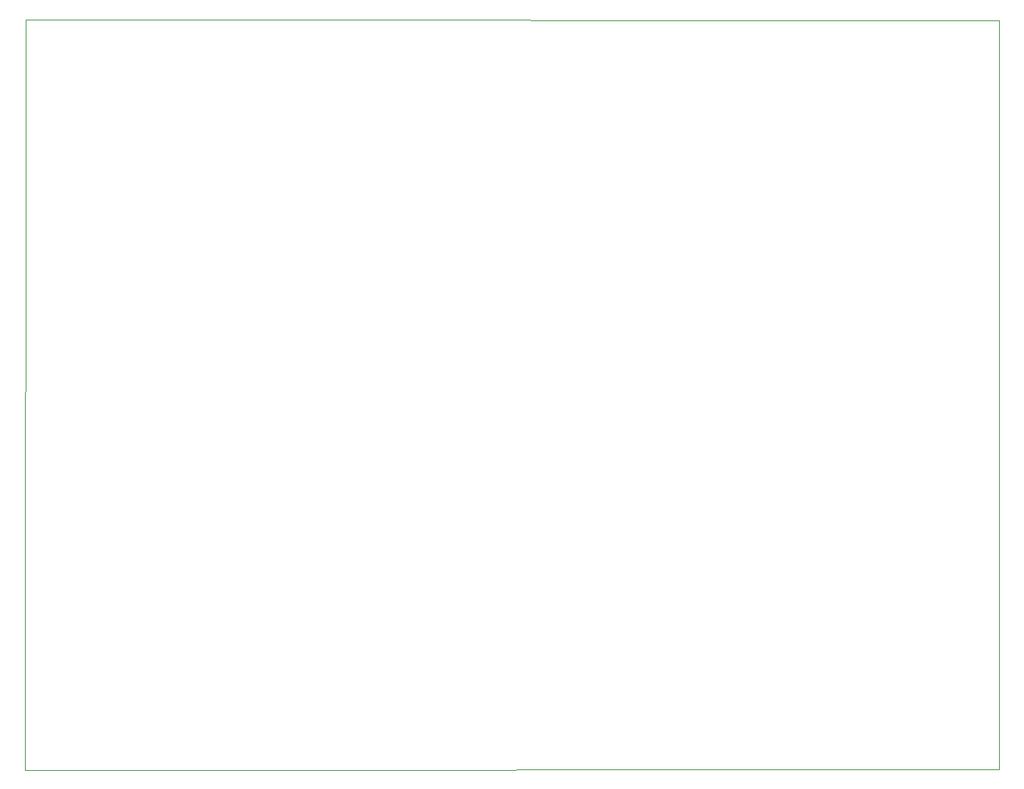
<source format=gbr>
G04 #@! TF.GenerationSoftware,KiCad,Pcbnew,(5.1.2)-2*
G04 #@! TF.CreationDate,2019-07-05T17:58:29+05:30*
G04 #@! TF.ProjectId,AnimalBehaviour,416e696d-616c-4426-9568-6176696f7572,rev?*
G04 #@! TF.SameCoordinates,Original*
G04 #@! TF.FileFunction,Profile,NP*
%FSLAX46Y46*%
G04 Gerber Fmt 4.6, Leading zero omitted, Abs format (unit mm)*
G04 Created by KiCad (PCBNEW (5.1.2)-2) date 2019-07-05 17:58:29*
%MOMM*%
%LPD*%
G04 APERTURE LIST*
%ADD10C,0.100000*%
G04 APERTURE END LIST*
D10*
X76610000Y-48950000D02*
X73940000Y-48950000D01*
X69010000Y-48950000D02*
X76610000Y-48950000D01*
X68900000Y-133020000D02*
X69010000Y-48950000D01*
X178000000Y-132940000D02*
X68900000Y-133020000D01*
X177990000Y-49070000D02*
X178000000Y-132940000D01*
X73940000Y-48950000D02*
X177990000Y-49070000D01*
M02*

</source>
